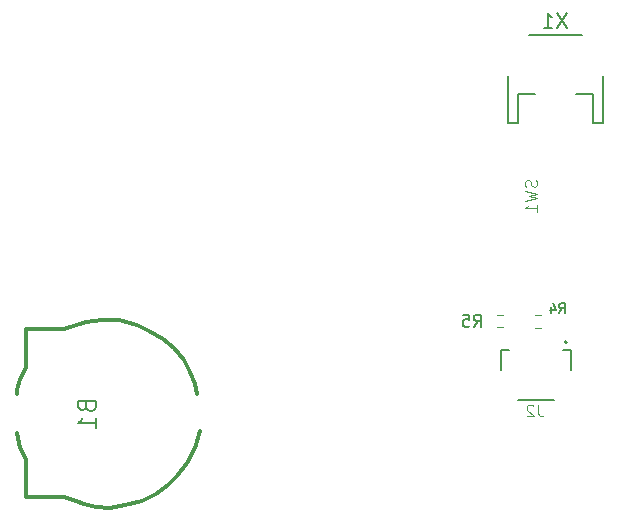
<source format=gbr>
%TF.GenerationSoftware,KiCad,Pcbnew,7.0.5*%
%TF.CreationDate,2023-12-18T11:55:03-06:00*%
%TF.ProjectId,peakick,7065616b-6963-46b2-9e6b-696361645f70,rev?*%
%TF.SameCoordinates,Original*%
%TF.FileFunction,Legend,Bot*%
%TF.FilePolarity,Positive*%
%FSLAX46Y46*%
G04 Gerber Fmt 4.6, Leading zero omitted, Abs format (unit mm)*
G04 Created by KiCad (PCBNEW 7.0.5) date 2023-12-18 11:55:03*
%MOMM*%
%LPD*%
G01*
G04 APERTURE LIST*
%ADD10C,0.150000*%
%ADD11C,0.100000*%
%ADD12C,0.200000*%
%ADD13C,0.121920*%
%ADD14C,0.120000*%
%ADD15C,0.304800*%
%ADD16C,0.203200*%
G04 APERTURE END LIST*
D10*
%TO.C,R4*%
X179523332Y-95952295D02*
X179789999Y-95571342D01*
X179980475Y-95952295D02*
X179980475Y-95152295D01*
X179980475Y-95152295D02*
X179675713Y-95152295D01*
X179675713Y-95152295D02*
X179599523Y-95190390D01*
X179599523Y-95190390D02*
X179561428Y-95228485D01*
X179561428Y-95228485D02*
X179523332Y-95304676D01*
X179523332Y-95304676D02*
X179523332Y-95418961D01*
X179523332Y-95418961D02*
X179561428Y-95495152D01*
X179561428Y-95495152D02*
X179599523Y-95533247D01*
X179599523Y-95533247D02*
X179675713Y-95571342D01*
X179675713Y-95571342D02*
X179980475Y-95571342D01*
X178837618Y-95418961D02*
X178837618Y-95952295D01*
X179028094Y-95114200D02*
X179218571Y-95685628D01*
X179218571Y-95685628D02*
X178723332Y-95685628D01*
D11*
%TO.C,SW1*%
X177597300Y-84716667D02*
X177644919Y-84859524D01*
X177644919Y-84859524D02*
X177644919Y-85097619D01*
X177644919Y-85097619D02*
X177597300Y-85192857D01*
X177597300Y-85192857D02*
X177549680Y-85240476D01*
X177549680Y-85240476D02*
X177454442Y-85288095D01*
X177454442Y-85288095D02*
X177359204Y-85288095D01*
X177359204Y-85288095D02*
X177263966Y-85240476D01*
X177263966Y-85240476D02*
X177216347Y-85192857D01*
X177216347Y-85192857D02*
X177168728Y-85097619D01*
X177168728Y-85097619D02*
X177121109Y-84907143D01*
X177121109Y-84907143D02*
X177073490Y-84811905D01*
X177073490Y-84811905D02*
X177025871Y-84764286D01*
X177025871Y-84764286D02*
X176930633Y-84716667D01*
X176930633Y-84716667D02*
X176835395Y-84716667D01*
X176835395Y-84716667D02*
X176740157Y-84764286D01*
X176740157Y-84764286D02*
X176692538Y-84811905D01*
X176692538Y-84811905D02*
X176644919Y-84907143D01*
X176644919Y-84907143D02*
X176644919Y-85145238D01*
X176644919Y-85145238D02*
X176692538Y-85288095D01*
X176644919Y-85621429D02*
X177644919Y-85859524D01*
X177644919Y-85859524D02*
X176930633Y-86050000D01*
X176930633Y-86050000D02*
X177644919Y-86240476D01*
X177644919Y-86240476D02*
X176644919Y-86478572D01*
X177644919Y-87383333D02*
X177644919Y-86811905D01*
X177644919Y-87097619D02*
X176644919Y-87097619D01*
X176644919Y-87097619D02*
X176787776Y-87002381D01*
X176787776Y-87002381D02*
X176883014Y-86907143D01*
X176883014Y-86907143D02*
X176930633Y-86811905D01*
D12*
%TO.C,B1*%
X139491314Y-103884993D02*
X139562742Y-104099279D01*
X139562742Y-104099279D02*
X139634171Y-104170708D01*
X139634171Y-104170708D02*
X139777028Y-104242136D01*
X139777028Y-104242136D02*
X139991314Y-104242136D01*
X139991314Y-104242136D02*
X140134171Y-104170708D01*
X140134171Y-104170708D02*
X140205600Y-104099279D01*
X140205600Y-104099279D02*
X140277028Y-103956422D01*
X140277028Y-103956422D02*
X140277028Y-103384993D01*
X140277028Y-103384993D02*
X138777028Y-103384993D01*
X138777028Y-103384993D02*
X138777028Y-103884993D01*
X138777028Y-103884993D02*
X138848457Y-104027851D01*
X138848457Y-104027851D02*
X138919885Y-104099279D01*
X138919885Y-104099279D02*
X139062742Y-104170708D01*
X139062742Y-104170708D02*
X139205600Y-104170708D01*
X139205600Y-104170708D02*
X139348457Y-104099279D01*
X139348457Y-104099279D02*
X139419885Y-104027851D01*
X139419885Y-104027851D02*
X139491314Y-103884993D01*
X139491314Y-103884993D02*
X139491314Y-103384993D01*
X140277028Y-105670708D02*
X140277028Y-104813565D01*
X140277028Y-105242136D02*
X138777028Y-105242136D01*
X138777028Y-105242136D02*
X138991314Y-105099279D01*
X138991314Y-105099279D02*
X139134171Y-104956422D01*
X139134171Y-104956422D02*
X139205600Y-104813565D01*
D10*
%TO.C,R5*%
X172296666Y-97114819D02*
X172629999Y-96638628D01*
X172868094Y-97114819D02*
X172868094Y-96114819D01*
X172868094Y-96114819D02*
X172487142Y-96114819D01*
X172487142Y-96114819D02*
X172391904Y-96162438D01*
X172391904Y-96162438D02*
X172344285Y-96210057D01*
X172344285Y-96210057D02*
X172296666Y-96305295D01*
X172296666Y-96305295D02*
X172296666Y-96448152D01*
X172296666Y-96448152D02*
X172344285Y-96543390D01*
X172344285Y-96543390D02*
X172391904Y-96591009D01*
X172391904Y-96591009D02*
X172487142Y-96638628D01*
X172487142Y-96638628D02*
X172868094Y-96638628D01*
X171391904Y-96114819D02*
X171868094Y-96114819D01*
X171868094Y-96114819D02*
X171915713Y-96591009D01*
X171915713Y-96591009D02*
X171868094Y-96543390D01*
X171868094Y-96543390D02*
X171772856Y-96495771D01*
X171772856Y-96495771D02*
X171534761Y-96495771D01*
X171534761Y-96495771D02*
X171439523Y-96543390D01*
X171439523Y-96543390D02*
X171391904Y-96591009D01*
X171391904Y-96591009D02*
X171344285Y-96686247D01*
X171344285Y-96686247D02*
X171344285Y-96924342D01*
X171344285Y-96924342D02*
X171391904Y-97019580D01*
X171391904Y-97019580D02*
X171439523Y-97067200D01*
X171439523Y-97067200D02*
X171534761Y-97114819D01*
X171534761Y-97114819D02*
X171772856Y-97114819D01*
X171772856Y-97114819D02*
X171868094Y-97067200D01*
X171868094Y-97067200D02*
X171915713Y-97019580D01*
%TO.C,X1*%
X180198095Y-70559726D02*
X179351428Y-71829726D01*
X179351428Y-70559726D02*
X180198095Y-71829726D01*
X178202380Y-71829726D02*
X178928095Y-71829726D01*
X178565238Y-71829726D02*
X178565238Y-70559726D01*
X178565238Y-70559726D02*
X178686190Y-70741154D01*
X178686190Y-70741154D02*
X178807142Y-70862107D01*
X178807142Y-70862107D02*
X178928095Y-70922583D01*
D13*
%TO.C,J2*%
X177755980Y-103717979D02*
X177755980Y-104432264D01*
X177755980Y-104432264D02*
X177803599Y-104575121D01*
X177803599Y-104575121D02*
X177898837Y-104670360D01*
X177898837Y-104670360D02*
X178041694Y-104717979D01*
X178041694Y-104717979D02*
X178136932Y-104717979D01*
X177327408Y-103813217D02*
X177279789Y-103765598D01*
X177279789Y-103765598D02*
X177184551Y-103717979D01*
X177184551Y-103717979D02*
X176946456Y-103717979D01*
X176946456Y-103717979D02*
X176851218Y-103765598D01*
X176851218Y-103765598D02*
X176803599Y-103813217D01*
X176803599Y-103813217D02*
X176755980Y-103908455D01*
X176755980Y-103908455D02*
X176755980Y-104003693D01*
X176755980Y-104003693D02*
X176803599Y-104146550D01*
X176803599Y-104146550D02*
X177375027Y-104717979D01*
X177375027Y-104717979D02*
X176755980Y-104717979D01*
D14*
%TO.C,R4*%
X177957258Y-97202500D02*
X177482742Y-97202500D01*
X177957258Y-96157500D02*
X177482742Y-96157500D01*
D15*
%TO.C,B1*%
X149075000Y-105950000D02*
X148675000Y-107350000D01*
X148875000Y-102850000D02*
X148675000Y-101950000D01*
X148675000Y-107350000D02*
X147975000Y-108650000D01*
X148675000Y-101950000D02*
X148275000Y-100950000D01*
X148275000Y-100950000D02*
X147775000Y-99950000D01*
X147975000Y-108650000D02*
X147175000Y-109750000D01*
X147775000Y-99950000D02*
X146875000Y-98950000D01*
X147175000Y-109750000D02*
X146375000Y-110550000D01*
X146875000Y-98950000D02*
X145975000Y-98150000D01*
X146375000Y-110550000D02*
X145375000Y-111250000D01*
X145975000Y-98150000D02*
X144775000Y-97450000D01*
X145375000Y-111250000D02*
X144175000Y-111850000D01*
X144775000Y-97450000D02*
X143775000Y-96950000D01*
X144175000Y-111850000D02*
X142775000Y-112250000D01*
X143775000Y-96950000D02*
X142275000Y-96550000D01*
X142775000Y-112250000D02*
X141475000Y-112450000D01*
X142275000Y-96550000D02*
X140775000Y-96550000D01*
X141475000Y-112450000D02*
X140275000Y-112350000D01*
X140775000Y-96550000D02*
X139475000Y-96750000D01*
X140275000Y-112350000D02*
X138975000Y-112050000D01*
X139475000Y-96750000D02*
X137575000Y-97350000D01*
X139075000Y-112050000D02*
X137575000Y-111550000D01*
X137525000Y-111550000D02*
X134375000Y-111550000D01*
X137525000Y-97350000D02*
X134375000Y-97350000D01*
X134375000Y-111550000D02*
X134375000Y-108350000D01*
X134375000Y-108350000D02*
X133875000Y-107350000D01*
X134375000Y-100650000D02*
X133875000Y-101550000D01*
X134375000Y-97350000D02*
X134375000Y-100650000D01*
X133875000Y-107350000D02*
X133575000Y-106150000D01*
X133875000Y-101550000D02*
X133575000Y-102450000D01*
X133575000Y-102450000D02*
X133575000Y-102850000D01*
D14*
%TO.C,R5*%
X174767258Y-97182500D02*
X174292742Y-97182500D01*
X174767258Y-96137500D02*
X174292742Y-96137500D01*
D16*
%TO.C,X1*%
X183220000Y-79900000D02*
X183220000Y-75900000D01*
X182370000Y-79900000D02*
X183220000Y-79900000D01*
X182370000Y-77400000D02*
X182370000Y-79900000D01*
X181470000Y-72400000D02*
X176970000Y-72400000D01*
X180970000Y-77400000D02*
X182370000Y-77400000D01*
X176070000Y-79900000D02*
X176070000Y-77400000D01*
X176070000Y-77400000D02*
X177470000Y-77400000D01*
X175220000Y-79900000D02*
X176070000Y-79900000D01*
X175220000Y-75900000D02*
X175220000Y-79900000D01*
%TO.C,J2*%
X180560000Y-100746700D02*
X180560000Y-99096700D01*
X180560000Y-99096700D02*
X179810000Y-99096700D01*
X179060000Y-103346700D02*
X176060000Y-103346700D01*
X175310000Y-99096700D02*
X174560000Y-99096700D01*
X174560000Y-99096700D02*
X174560000Y-100746700D01*
X180161600Y-98446700D02*
G75*
G03*
X180161600Y-98446700I-101600J0D01*
G01*
%TD*%
M02*

</source>
